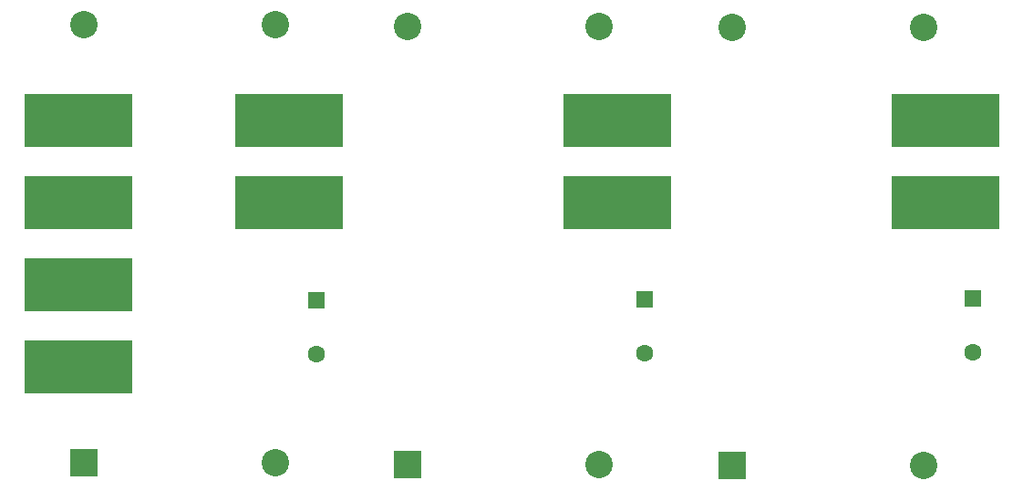
<source format=gbr>
%TF.GenerationSoftware,KiCad,Pcbnew,7.0.7*%
%TF.CreationDate,2023-09-27T10:11:38+07:00*%
%TF.ProjectId,power_module,706f7765-725f-46d6-9f64-756c652e6b69,rev?*%
%TF.SameCoordinates,Original*%
%TF.FileFunction,Soldermask,Bot*%
%TF.FilePolarity,Negative*%
%FSLAX46Y46*%
G04 Gerber Fmt 4.6, Leading zero omitted, Abs format (unit mm)*
G04 Created by KiCad (PCBNEW 7.0.7) date 2023-09-27 10:11:38*
%MOMM*%
%LPD*%
G01*
G04 APERTURE LIST*
%ADD10R,10.000000X5.000000*%
%ADD11R,1.600000X1.600000*%
%ADD12C,1.600000*%
%ADD13C,2.540000*%
%ADD14R,2.540000X2.540000*%
G04 APERTURE END LIST*
D10*
%TO.C,J10*%
X57912000Y-81280000D03*
%TD*%
%TO.C,J9*%
X57912000Y-73660000D03*
%TD*%
D11*
%TO.C,C3*%
X110490000Y-75010000D03*
D12*
X110490000Y-80010000D03*
%TD*%
D11*
%TO.C,C2*%
X140970000Y-74930000D03*
D12*
X140970000Y-79930000D03*
%TD*%
D11*
%TO.C,C1*%
X80010000Y-75067349D03*
D12*
X80010000Y-80067349D03*
%TD*%
D10*
%TO.C,J8*%
X77470000Y-58420000D03*
%TD*%
%TO.C,J7*%
X107950000Y-66040000D03*
%TD*%
%TO.C,J6*%
X107950000Y-58420000D03*
%TD*%
%TO.C,J5*%
X138430000Y-66040000D03*
%TD*%
%TO.C,J4*%
X138430000Y-58420000D03*
%TD*%
%TO.C,J3*%
X77470000Y-66040000D03*
%TD*%
%TO.C,J2*%
X57912000Y-58420000D03*
%TD*%
%TO.C,J1*%
X57912000Y-66040000D03*
%TD*%
D13*
%TO.C,U3*%
X88519000Y-49657000D03*
X106299000Y-49657000D03*
X106299000Y-90297000D03*
D14*
X88519000Y-90297000D03*
%TD*%
D13*
%TO.C,U2*%
X118618000Y-49784000D03*
X136398000Y-49784000D03*
X136398000Y-90424000D03*
D14*
X118618000Y-90424000D03*
%TD*%
%TO.C,U1*%
X58420000Y-90170000D03*
D13*
X76200000Y-90170000D03*
X76200000Y-49530000D03*
X58420000Y-49530000D03*
%TD*%
M02*

</source>
